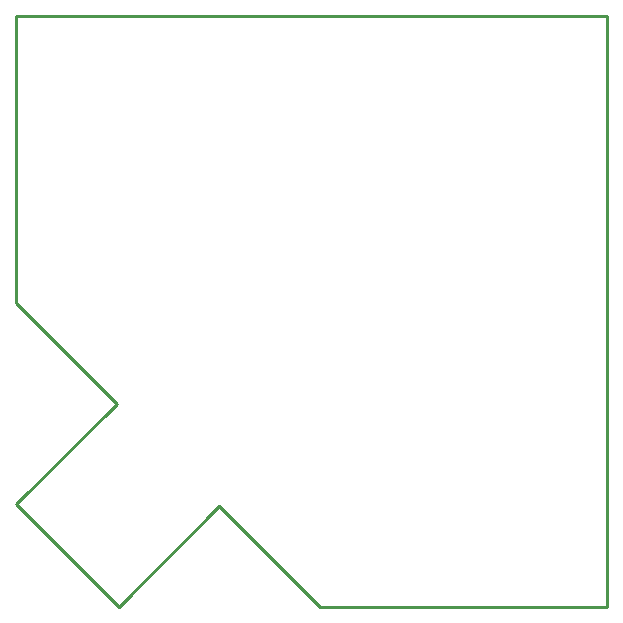
<source format=gbr>
G04 EAGLE Gerber RS-274X export*
G75*
%MOMM*%
%FSLAX34Y34*%
%LPD*%
%IN*%
%IPPOS*%
%AMOC8*
5,1,8,0,0,1.08239X$1,22.5*%
G01*
%ADD10C,0.254000*%


D10*
X0Y87000D02*
X87000Y0D01*
X172000Y85000D01*
X257000Y0D01*
X500000Y0D01*
X500000Y500000D01*
X0Y500000D01*
X0Y257000D01*
X85000Y172000D01*
X0Y87000D01*
M02*

</source>
